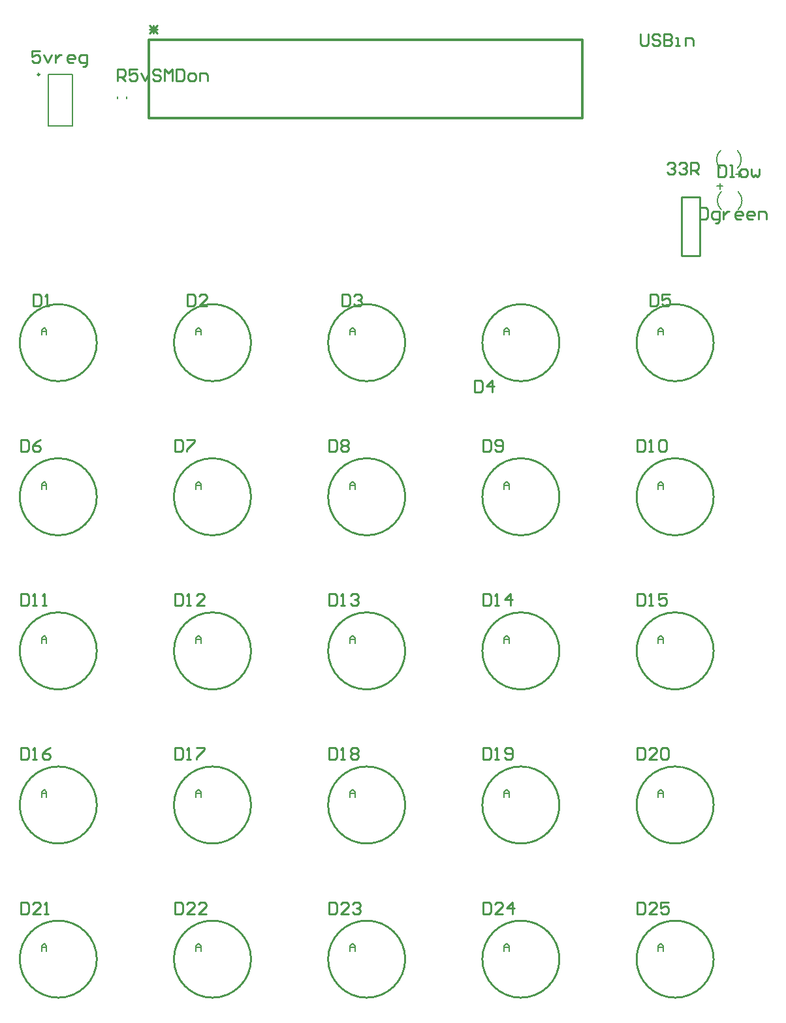
<source format=gto>
G04 Layer_Color=15132400*
%FSLAX25Y25*%
%MOIN*%
G70*
G01*
G75*
%ADD14C,0.00787*%
%ADD34C,0.00591*%
%ADD35C,0.01000*%
%ADD36C,0.00984*%
%ADD37C,0.01181*%
D14*
X528543Y647441D02*
Y673819D01*
X540748Y647441D02*
Y673819D01*
X528543D02*
X540748D01*
X528543Y647441D02*
X540748D01*
X568405Y661417D02*
Y662205D01*
X563878Y661417D02*
Y662205D01*
X525000Y225591D02*
Y228215D01*
X526312Y229526D01*
X527624Y228215D01*
Y225591D01*
Y227559D01*
X525000D01*
X603740Y225591D02*
Y228215D01*
X605052Y229526D01*
X606364Y228215D01*
Y225591D01*
Y227559D01*
X603740D01*
X682480Y225591D02*
Y228215D01*
X683792Y229526D01*
X685104Y228215D01*
Y225591D01*
Y227559D01*
X682480D01*
X761220Y225591D02*
Y228215D01*
X762532Y229526D01*
X763844Y228215D01*
Y225591D01*
Y227559D01*
X761220D01*
X839960Y225591D02*
Y228215D01*
X841273Y229526D01*
X842584Y228215D01*
Y225591D01*
Y227559D01*
X839960D01*
X525000Y304331D02*
Y306955D01*
X526312Y308267D01*
X527624Y306955D01*
Y304331D01*
Y306299D01*
X525000D01*
X603740Y304331D02*
Y306955D01*
X605052Y308267D01*
X606364Y306955D01*
Y304331D01*
Y306299D01*
X603740D01*
X682480Y304331D02*
Y306955D01*
X683792Y308267D01*
X685104Y306955D01*
Y304331D01*
Y306299D01*
X682480D01*
X761220Y304331D02*
Y306955D01*
X762532Y308267D01*
X763844Y306955D01*
Y304331D01*
Y306299D01*
X761220D01*
X839960Y304331D02*
Y306955D01*
X841273Y308267D01*
X842584Y306955D01*
Y304331D01*
Y306299D01*
X839960D01*
X525000Y383071D02*
Y385695D01*
X526312Y387007D01*
X527624Y385695D01*
Y383071D01*
Y385039D01*
X525000D01*
X603740Y383071D02*
Y385695D01*
X605052Y387007D01*
X606364Y385695D01*
Y383071D01*
Y385039D01*
X603740D01*
X682480Y383071D02*
Y385695D01*
X683792Y387007D01*
X685104Y385695D01*
Y383071D01*
Y385039D01*
X682480D01*
X761220Y383071D02*
Y385695D01*
X762532Y387007D01*
X763844Y385695D01*
Y383071D01*
Y385039D01*
X761220D01*
X839960Y383071D02*
Y385695D01*
X841273Y387007D01*
X842584Y385695D01*
Y383071D01*
Y385039D01*
X839960D01*
X525000Y461811D02*
Y464435D01*
X526312Y465747D01*
X527624Y464435D01*
Y461811D01*
Y463779D01*
X525000D01*
X603740Y461811D02*
Y464435D01*
X605052Y465747D01*
X606364Y464435D01*
Y461811D01*
Y463779D01*
X603740D01*
X682480Y461811D02*
Y464435D01*
X683792Y465747D01*
X685104Y464435D01*
Y461811D01*
Y463779D01*
X682480D01*
X761220Y461811D02*
Y464435D01*
X762532Y465747D01*
X763844Y464435D01*
Y461811D01*
Y463779D01*
X761220D01*
X839960Y461811D02*
Y464435D01*
X841273Y465747D01*
X842584Y464435D01*
Y461811D01*
Y463779D01*
X839960D01*
X525000Y540551D02*
Y543175D01*
X526312Y544487D01*
X527624Y543175D01*
Y540551D01*
Y542519D01*
X525000D01*
X603740Y540551D02*
Y543175D01*
X605052Y544487D01*
X606364Y543175D01*
Y540551D01*
Y542519D01*
X603740D01*
X682480Y540551D02*
Y543175D01*
X683792Y544487D01*
X685104Y543175D01*
Y540551D01*
Y542519D01*
X682480D01*
X761220Y540551D02*
Y543175D01*
X762532Y544487D01*
X763844Y543175D01*
Y540551D01*
Y542519D01*
X761220D01*
X839960Y540551D02*
Y543175D01*
X841273Y544487D01*
X842584Y543175D01*
Y540551D01*
Y542519D01*
X839960D01*
D34*
X880674Y604566D02*
G03*
X880674Y613780I-4296J4607D01*
G01*
X872082D02*
G03*
X872082Y604566I4296J-4607D01*
G01*
X871688Y634804D02*
G03*
X871688Y625590I4296J-4607D01*
G01*
X880280D02*
G03*
X880280Y634804I-4296J4607D01*
G01*
X871378Y615173D02*
Y618173D01*
X869878Y616673D02*
X872878D01*
X880984Y621197D02*
Y624197D01*
X879484Y622697D02*
X882484D01*
D35*
X553228Y221654D02*
G03*
X553228Y221654I-19685J0D01*
G01*
X631968D02*
G03*
X631968Y221654I-19685J0D01*
G01*
X710709D02*
G03*
X710709Y221654I-19685J0D01*
G01*
X789449D02*
G03*
X789449Y221654I-19685J0D01*
G01*
X868189D02*
G03*
X868189Y221654I-19685J0D01*
G01*
X553228Y300394D02*
G03*
X553228Y300394I-19685J0D01*
G01*
X631968D02*
G03*
X631968Y300394I-19685J0D01*
G01*
X710709D02*
G03*
X710709Y300394I-19685J0D01*
G01*
X789449D02*
G03*
X789449Y300394I-19685J0D01*
G01*
X868189D02*
G03*
X868189Y300394I-19685J0D01*
G01*
X553228Y379134D02*
G03*
X553228Y379134I-19685J0D01*
G01*
X631968D02*
G03*
X631968Y379134I-19685J0D01*
G01*
X710709D02*
G03*
X710709Y379134I-19685J0D01*
G01*
X789449D02*
G03*
X789449Y379134I-19685J0D01*
G01*
X868189D02*
G03*
X868189Y379134I-19685J0D01*
G01*
X553228Y457874D02*
G03*
X553228Y457874I-19685J0D01*
G01*
X631968D02*
G03*
X631968Y457874I-19685J0D01*
G01*
X710709D02*
G03*
X710709Y457874I-19685J0D01*
G01*
X789449D02*
G03*
X789449Y457874I-19685J0D01*
G01*
X868189D02*
G03*
X868189Y457874I-19685J0D01*
G01*
X553228Y536614D02*
G03*
X553228Y536614I-19685J0D01*
G01*
X631968Y536614D02*
G03*
X631968Y536614I-19685J0D01*
G01*
X710709D02*
G03*
X710709Y536614I-19685J0D01*
G01*
X789449D02*
G03*
X789449Y536614I-19685J0D01*
G01*
X868189D02*
G03*
X868189Y536614I-19685J0D01*
G01*
X851799Y581063D02*
X861025D01*
Y611063D01*
X851799D02*
X861025D01*
X851799Y581063D02*
Y611063D01*
X835827Y561510D02*
Y555512D01*
X838826D01*
X839825Y556512D01*
Y560510D01*
X838826Y561510D01*
X835827D01*
X845823D02*
X841825D01*
Y558511D01*
X843824Y559511D01*
X844824D01*
X845823Y558511D01*
Y556512D01*
X844824Y555512D01*
X842824D01*
X841825Y556512D01*
X563700Y670200D02*
Y676198D01*
X566699D01*
X567699Y675198D01*
Y673199D01*
X566699Y672199D01*
X563700D01*
X565699D02*
X567699Y670200D01*
X573697Y676198D02*
X569698D01*
Y673199D01*
X571697Y674199D01*
X572697D01*
X573697Y673199D01*
Y671200D01*
X572697Y670200D01*
X570698D01*
X569698Y671200D01*
X575696Y674199D02*
X577696Y670200D01*
X579695Y674199D01*
X585693Y675198D02*
X584693Y676198D01*
X582694D01*
X581694Y675198D01*
Y674199D01*
X582694Y673199D01*
X584693D01*
X585693Y672199D01*
Y671200D01*
X584693Y670200D01*
X582694D01*
X581694Y671200D01*
X587692Y670200D02*
Y676198D01*
X589692Y674199D01*
X591691Y676198D01*
Y670200D01*
X593690Y676198D02*
Y670200D01*
X596689D01*
X597689Y671200D01*
Y675198D01*
X596689Y676198D01*
X593690D01*
X600688Y670200D02*
X602687D01*
X603687Y671200D01*
Y673199D01*
X602687Y674199D01*
X600688D01*
X599688Y673199D01*
Y671200D01*
X600688Y670200D01*
X605686D02*
Y674199D01*
X608685D01*
X609685Y673199D01*
Y670200D01*
X580100Y698798D02*
X584099Y694800D01*
X580100D02*
X584099Y698798D01*
X580100Y696799D02*
X584099D01*
X582099Y694800D02*
Y698798D01*
X524199Y685598D02*
X520200D01*
Y682599D01*
X522199Y683599D01*
X523199D01*
X524199Y682599D01*
Y680600D01*
X523199Y679600D01*
X521200D01*
X520200Y680600D01*
X526198Y683599D02*
X528197Y679600D01*
X530197Y683599D01*
X532196D02*
Y679600D01*
Y681599D01*
X533196Y682599D01*
X534196Y683599D01*
X535195D01*
X541193Y679600D02*
X539194D01*
X538194Y680600D01*
Y682599D01*
X539194Y683599D01*
X541193D01*
X542193Y682599D01*
Y681599D01*
X538194D01*
X546192Y677601D02*
X547191D01*
X548191Y678600D01*
Y683599D01*
X545192D01*
X544192Y682599D01*
Y680600D01*
X545192Y679600D01*
X548191D01*
X844500Y627798D02*
X845500Y628798D01*
X847499D01*
X848499Y627798D01*
Y626799D01*
X847499Y625799D01*
X846499D01*
X847499D01*
X848499Y624799D01*
Y623800D01*
X847499Y622800D01*
X845500D01*
X844500Y623800D01*
X850498Y627798D02*
X851498Y628798D01*
X853497D01*
X854497Y627798D01*
Y626799D01*
X853497Y625799D01*
X852497D01*
X853497D01*
X854497Y624799D01*
Y623800D01*
X853497Y622800D01*
X851498D01*
X850498Y623800D01*
X856496Y622800D02*
Y628798D01*
X859495D01*
X860495Y627798D01*
Y625799D01*
X859495Y624799D01*
X856496D01*
X858496D02*
X860495Y622800D01*
X520866Y561510D02*
Y555512D01*
X523865D01*
X524865Y556512D01*
Y560510D01*
X523865Y561510D01*
X520866D01*
X526864Y555512D02*
X528863D01*
X527864D01*
Y561510D01*
X526864Y560510D01*
X599606Y561510D02*
Y555512D01*
X602605D01*
X603605Y556512D01*
Y560510D01*
X602605Y561510D01*
X599606D01*
X609603Y555512D02*
X605604D01*
X609603Y559511D01*
Y560510D01*
X608603Y561510D01*
X606604D01*
X605604Y560510D01*
X678346Y561510D02*
Y555512D01*
X681345D01*
X682345Y556512D01*
Y560510D01*
X681345Y561510D01*
X678346D01*
X684344Y560510D02*
X685344Y561510D01*
X687343D01*
X688343Y560510D01*
Y559511D01*
X687343Y558511D01*
X686344D01*
X687343D01*
X688343Y557511D01*
Y556512D01*
X687343Y555512D01*
X685344D01*
X684344Y556512D01*
X746142Y517297D02*
Y511299D01*
X749141D01*
X750140Y512299D01*
Y516298D01*
X749141Y517297D01*
X746142D01*
X755139Y511299D02*
Y517297D01*
X752140Y514298D01*
X756138D01*
X514400Y487098D02*
Y481100D01*
X517399D01*
X518399Y482100D01*
Y486098D01*
X517399Y487098D01*
X514400D01*
X524397D02*
X522397Y486098D01*
X520398Y484099D01*
Y482100D01*
X521398Y481100D01*
X523397D01*
X524397Y482100D01*
Y483099D01*
X523397Y484099D01*
X520398D01*
X593100Y487098D02*
Y481100D01*
X596099D01*
X597099Y482100D01*
Y486098D01*
X596099Y487098D01*
X593100D01*
X599098D02*
X603097D01*
Y486098D01*
X599098Y482100D01*
Y481100D01*
X671800Y487098D02*
Y481100D01*
X674799D01*
X675799Y482100D01*
Y486098D01*
X674799Y487098D01*
X671800D01*
X677798Y486098D02*
X678798Y487098D01*
X680797D01*
X681797Y486098D01*
Y485099D01*
X680797Y484099D01*
X681797Y483099D01*
Y482100D01*
X680797Y481100D01*
X678798D01*
X677798Y482100D01*
Y483099D01*
X678798Y484099D01*
X677798Y485099D01*
Y486098D01*
X678798Y484099D02*
X680797D01*
X750600Y487098D02*
Y481100D01*
X753599D01*
X754599Y482100D01*
Y486098D01*
X753599Y487098D01*
X750600D01*
X756598Y482100D02*
X757598Y481100D01*
X759597D01*
X760597Y482100D01*
Y486098D01*
X759597Y487098D01*
X757598D01*
X756598Y486098D01*
Y485099D01*
X757598Y484099D01*
X760597D01*
X829300Y487098D02*
Y481100D01*
X832299D01*
X833299Y482100D01*
Y486098D01*
X832299Y487098D01*
X829300D01*
X835298Y481100D02*
X837297D01*
X836298D01*
Y487098D01*
X835298Y486098D01*
X840296D02*
X841296Y487098D01*
X843295D01*
X844295Y486098D01*
Y482100D01*
X843295Y481100D01*
X841296D01*
X840296Y482100D01*
Y486098D01*
X514400Y408298D02*
Y402300D01*
X517399D01*
X518399Y403300D01*
Y407298D01*
X517399Y408298D01*
X514400D01*
X520398Y402300D02*
X522397D01*
X521398D01*
Y408298D01*
X520398Y407298D01*
X525396Y402300D02*
X527396D01*
X526396D01*
Y408298D01*
X525396Y407298D01*
X593100Y408298D02*
Y402300D01*
X596099D01*
X597099Y403300D01*
Y407298D01*
X596099Y408298D01*
X593100D01*
X599098Y402300D02*
X601097D01*
X600098D01*
Y408298D01*
X599098Y407298D01*
X608095Y402300D02*
X604096D01*
X608095Y406299D01*
Y407298D01*
X607095Y408298D01*
X605096D01*
X604096Y407298D01*
X671800Y408298D02*
Y402300D01*
X674799D01*
X675799Y403300D01*
Y407298D01*
X674799Y408298D01*
X671800D01*
X677798Y402300D02*
X679797D01*
X678798D01*
Y408298D01*
X677798Y407298D01*
X682796D02*
X683796Y408298D01*
X685795D01*
X686795Y407298D01*
Y406299D01*
X685795Y405299D01*
X684796D01*
X685795D01*
X686795Y404299D01*
Y403300D01*
X685795Y402300D01*
X683796D01*
X682796Y403300D01*
X750600Y408298D02*
Y402300D01*
X753599D01*
X754599Y403300D01*
Y407298D01*
X753599Y408298D01*
X750600D01*
X756598Y402300D02*
X758597D01*
X757598D01*
Y408298D01*
X756598Y407298D01*
X764596Y402300D02*
Y408298D01*
X761596Y405299D01*
X765595D01*
X829300Y408298D02*
Y402300D01*
X832299D01*
X833299Y403300D01*
Y407298D01*
X832299Y408298D01*
X829300D01*
X835298Y402300D02*
X837297D01*
X836298D01*
Y408298D01*
X835298Y407298D01*
X844295Y408298D02*
X840296D01*
Y405299D01*
X842296Y406299D01*
X843295D01*
X844295Y405299D01*
Y403300D01*
X843295Y402300D01*
X841296D01*
X840296Y403300D01*
X514400Y329598D02*
Y323600D01*
X517399D01*
X518399Y324600D01*
Y328598D01*
X517399Y329598D01*
X514400D01*
X520398Y323600D02*
X522397D01*
X521398D01*
Y329598D01*
X520398Y328598D01*
X529395Y329598D02*
X527396Y328598D01*
X525396Y326599D01*
Y324600D01*
X526396Y323600D01*
X528396D01*
X529395Y324600D01*
Y325599D01*
X528396Y326599D01*
X525396D01*
X593100Y329598D02*
Y323600D01*
X596099D01*
X597099Y324600D01*
Y328598D01*
X596099Y329598D01*
X593100D01*
X599098Y323600D02*
X601097D01*
X600098D01*
Y329598D01*
X599098Y328598D01*
X604096Y329598D02*
X608095D01*
Y328598D01*
X604096Y324600D01*
Y323600D01*
X671800Y329598D02*
Y323600D01*
X674799D01*
X675799Y324600D01*
Y328598D01*
X674799Y329598D01*
X671800D01*
X677798Y323600D02*
X679797D01*
X678798D01*
Y329598D01*
X677798Y328598D01*
X682796D02*
X683796Y329598D01*
X685795D01*
X686795Y328598D01*
Y327599D01*
X685795Y326599D01*
X686795Y325599D01*
Y324600D01*
X685795Y323600D01*
X683796D01*
X682796Y324600D01*
Y325599D01*
X683796Y326599D01*
X682796Y327599D01*
Y328598D01*
X683796Y326599D02*
X685795D01*
X750600Y329598D02*
Y323600D01*
X753599D01*
X754599Y324600D01*
Y328598D01*
X753599Y329598D01*
X750600D01*
X756598Y323600D02*
X758597D01*
X757598D01*
Y329598D01*
X756598Y328598D01*
X761596Y324600D02*
X762596Y323600D01*
X764596D01*
X765595Y324600D01*
Y328598D01*
X764596Y329598D01*
X762596D01*
X761596Y328598D01*
Y327599D01*
X762596Y326599D01*
X765595D01*
X829300Y329598D02*
Y323600D01*
X832299D01*
X833299Y324600D01*
Y328598D01*
X832299Y329598D01*
X829300D01*
X839297Y323600D02*
X835298D01*
X839297Y327599D01*
Y328598D01*
X838297Y329598D01*
X836298D01*
X835298Y328598D01*
X841296D02*
X842296Y329598D01*
X844295D01*
X845295Y328598D01*
Y324600D01*
X844295Y323600D01*
X842296D01*
X841296Y324600D01*
Y328598D01*
X514400Y250798D02*
Y244800D01*
X517399D01*
X518399Y245800D01*
Y249798D01*
X517399Y250798D01*
X514400D01*
X524397Y244800D02*
X520398D01*
X524397Y248799D01*
Y249798D01*
X523397Y250798D01*
X521398D01*
X520398Y249798D01*
X526396Y244800D02*
X528396D01*
X527396D01*
Y250798D01*
X526396Y249798D01*
X593100Y250798D02*
Y244800D01*
X596099D01*
X597099Y245800D01*
Y249798D01*
X596099Y250798D01*
X593100D01*
X603097Y244800D02*
X599098D01*
X603097Y248799D01*
Y249798D01*
X602097Y250798D01*
X600098D01*
X599098Y249798D01*
X609095Y244800D02*
X605096D01*
X609095Y248799D01*
Y249798D01*
X608095Y250798D01*
X606096D01*
X605096Y249798D01*
X671800Y250798D02*
Y244800D01*
X674799D01*
X675799Y245800D01*
Y249798D01*
X674799Y250798D01*
X671800D01*
X681797Y244800D02*
X677798D01*
X681797Y248799D01*
Y249798D01*
X680797Y250798D01*
X678798D01*
X677798Y249798D01*
X683796D02*
X684796Y250798D01*
X686795D01*
X687795Y249798D01*
Y248799D01*
X686795Y247799D01*
X685795D01*
X686795D01*
X687795Y246799D01*
Y245800D01*
X686795Y244800D01*
X684796D01*
X683796Y245800D01*
X750600Y250798D02*
Y244800D01*
X753599D01*
X754599Y245800D01*
Y249798D01*
X753599Y250798D01*
X750600D01*
X760597Y244800D02*
X756598D01*
X760597Y248799D01*
Y249798D01*
X759597Y250798D01*
X757598D01*
X756598Y249798D01*
X765595Y244800D02*
Y250798D01*
X762596Y247799D01*
X766595D01*
X829300Y250798D02*
Y244800D01*
X832299D01*
X833299Y245800D01*
Y249798D01*
X832299Y250798D01*
X829300D01*
X839297Y244800D02*
X835298D01*
X839297Y248799D01*
Y249798D01*
X838297Y250798D01*
X836298D01*
X835298Y249798D01*
X845295Y250798D02*
X841296D01*
Y247799D01*
X843295Y248799D01*
X844295D01*
X845295Y247799D01*
Y245800D01*
X844295Y244800D01*
X842296D01*
X841296Y245800D01*
X861024Y605604D02*
Y599606D01*
X864023D01*
X865022Y600606D01*
Y604605D01*
X864023Y605604D01*
X861024D01*
X869021Y597607D02*
X870021D01*
X871020Y598607D01*
Y603605D01*
X868021D01*
X867022Y602605D01*
Y600606D01*
X868021Y599606D01*
X871020D01*
X873020Y603605D02*
Y599606D01*
Y601606D01*
X874019Y602605D01*
X875019Y603605D01*
X876019D01*
X882017Y599606D02*
X880017D01*
X879018Y600606D01*
Y602605D01*
X880017Y603605D01*
X882017D01*
X883016Y602605D01*
Y601606D01*
X879018D01*
X888015Y599606D02*
X886016D01*
X885016Y600606D01*
Y602605D01*
X886016Y603605D01*
X888015D01*
X889015Y602605D01*
Y601606D01*
X885016D01*
X891014Y599606D02*
Y603605D01*
X894013D01*
X895013Y602605D01*
Y599606D01*
X870600Y627498D02*
Y621500D01*
X873599D01*
X874599Y622500D01*
Y626498D01*
X873599Y627498D01*
X870600D01*
X876598Y621500D02*
X878597D01*
X877598D01*
Y627498D01*
X876598D01*
X882596Y621500D02*
X884595D01*
X885595Y622500D01*
Y624499D01*
X884595Y625499D01*
X882596D01*
X881596Y624499D01*
Y622500D01*
X882596Y621500D01*
X887595Y625499D02*
Y622500D01*
X888594Y621500D01*
X889594Y622500D01*
X890594Y621500D01*
X891593Y622500D01*
Y625499D01*
X830700Y694398D02*
Y689400D01*
X831700Y688400D01*
X833699D01*
X834699Y689400D01*
Y694398D01*
X840697Y693398D02*
X839697Y694398D01*
X837698D01*
X836698Y693398D01*
Y692399D01*
X837698Y691399D01*
X839697D01*
X840697Y690399D01*
Y689400D01*
X839697Y688400D01*
X837698D01*
X836698Y689400D01*
X842696Y694398D02*
Y688400D01*
X845695D01*
X846695Y689400D01*
Y690399D01*
X845695Y691399D01*
X842696D01*
X845695D01*
X846695Y692399D01*
Y693398D01*
X845695Y694398D01*
X842696D01*
X848694Y688400D02*
X850694D01*
X849694D01*
Y692399D01*
X848694D01*
X853693Y688400D02*
Y692399D01*
X856692D01*
X857691Y691399D01*
Y688400D01*
D36*
X524016Y673622D02*
G03*
X524016Y673622I-492J0D01*
G01*
D37*
X579732Y691240D02*
X801232D01*
Y651240D02*
Y691240D01*
X579732Y651240D02*
Y691240D01*
Y651240D02*
X801232D01*
M02*

</source>
